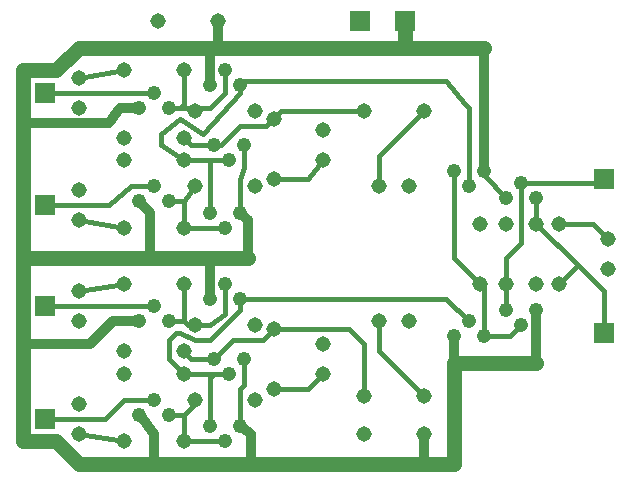
<source format=gbl>
G04 Output by ViewMate Deluxe V11.0.9  PentaLogix LLC*
G04 Sun Feb 16 15:40:48 2014*
%FSLAX33Y33*%
%MOMM*%
%IPPOS*%
%ADD10C,1.209*%
%ADD11C,1.3081*%
%ADD12R,1.8009X1.8009*%
%ADD13C,0.4064*%
%ADD14C,1.27*%
%ADD15C,0.8128*%

%LPD*%
X0Y0D2*D13*G1X19304Y42634D2*X19304Y40729D1*X18034Y39459*X17082Y39459*X16764Y39141*X14542Y39459D2*X15494Y39459D1*X6922Y41999D2*X10732Y42634D1*X13272Y40729D2*X4064Y40729D1*X15812Y42634D2*X15812Y39776D1*X15494Y39459*X16446Y39459*X16764Y39141*X15812Y36919D2*X16446Y36284D1*X18352Y36284*X20574Y37871D2*X18986Y36284D1*X18352Y36284*X18034Y30569D2*X18034Y35014D1*X15812Y21361D2*X15812Y24536D1*X20892Y15964D2*X20574Y15646D1*X20574Y12471*X15812Y16916D2*X18352Y16916D1*X15812Y18821D2*X16446Y18186D1*X18352Y18186*X19939Y19774*X22479Y19774*X23432Y20726*X31052Y19456D2*X29782Y20726D1*X23432Y20726*X20574Y23266D2*X20574Y22314D1*X18034Y19774*X16764Y19774*X15494Y20409*X15176Y20409*X14542Y19774*X14542Y18186*X15812Y16916*X6922Y11836D2*X10732Y11201D1*X4064Y13106D2*X9144Y13106D1*X10732Y14694*X13272Y14694*X15812Y13424D2*X14542Y13424D1*X16764Y14694D2*X16764Y14376D1*X15812Y13424*X15812Y11201*X19304Y11201*X18034Y12471D2*X18034Y16599D1*X18352Y16916*X19622Y16916*X20892Y15964D2*X20892Y18186D1*X23432Y15646D2*X26289Y15646D1*X27559Y16916*X31052Y19456D2*X31052Y15011D1*X32322Y21361D2*X32322Y18821D1*X36132Y15011*X41212Y20091D2*X43434Y20091D1*X44386Y21044*X43116Y22314D2*X43116Y24536D1*X43116Y26759*X44386Y28029*X38672Y34061D2*X38672Y26759D1*X40894Y24536*X41212Y24219*X41212Y20091*X39942Y21361D2*X38036Y23266D1*X20574Y23266*X19304Y24536D2*X19304Y21996D1*X18034Y21044*X16764Y21044*X16129Y21044*X15812Y21361*X14542Y21361*X4064Y22631D2*X13272Y22631D1*X10732Y24536D2*X6922Y23901D1*X6922Y29934D2*X10732Y29299D1*X4064Y31204D2*X9462Y31204D1*X11366Y32791*X13272Y32791*X14542Y31521D2*X15812Y31521D1*X16764Y32791D2*X15812Y31521D1*X15812Y29299*X19304Y29299*X20574Y30569D2*X20574Y33426D1*X20892Y34379*X23432Y33426D2*X26289Y33426D1*X27559Y35014*X32322Y32791D2*X32322Y35331D1*X36132Y39141*X31052Y39141D2*X24066Y39141D1*X23432Y38506*X22796Y37871*X20574Y37871*X20892Y34379D2*X20892Y36284D1*X19622Y35014D2*X18034Y35014D1*X15812Y35014*X13906Y36284*X13906Y37236*X15494Y38506*X17399Y37236*X20574Y40729*X20574Y41364*X20892Y41681*X38036Y41681*X39624Y39776*X39942Y39459*X39942Y32791*X41212Y34061D2*X41212Y33744D1*X43116Y31839*X44386Y28029D2*X44386Y33109D1*X51689Y28346D2*X50419Y29616D1*X47562Y29616*X51372Y33426D2*X51054Y33109D1*X44386Y33109*X45656Y31839D2*X45656Y29616D1*X49149Y26124*X47562Y24536D2*X49149Y26124D1*X51372Y23901*X51372Y20409*D14*X5016Y42634D2*X2159Y42634D1*X2159Y38189*X2159Y26759*X13272Y9296D2*X21526Y9296D1*X36449Y9296*X38672Y9296*X38672Y17869*X45656Y17869*X34226Y44539D2*X41212Y44539D1*X34544Y46761D2*X34544Y44856D1*X34226Y44539*X18669Y44539*X17716Y44539*X6922Y44539*X5016Y42634*X21209Y26759D2*X18034Y26759D1*X12636Y26759*X2159Y26759*X2159Y19456*X2159Y11201*X5016Y11201*X6922Y9296*X13272Y9296*D15*X41212Y34061D2*X41212Y44539D1*X45656Y22314D2*X45656Y17869D1*X38672Y17869D2*X38672Y20091D1*X36132Y11836D2*X36132Y9614D1*X36449Y9296*X21526Y9296D2*X21526Y11836D1*X20574Y12471*X13272Y9296D2*X13272Y11836D1*X12319Y13106*X12002Y13424*X2159Y19456D2*X7874Y19456D1*X9779Y21361*X12002Y21361*X20574Y30569D2*X21209Y29934D1*X21209Y26759*X18034Y26759D2*X18034Y23584D1*X12636Y26759D2*X12954Y27076D1*X12954Y30569*X12002Y31521*X18669Y44539D2*X18669Y46761D1*X18034Y41364D2*X18034Y44221D1*X17716Y44539*X12002Y39459D2*X10414Y39459D1*X9462Y38189*X2159Y38189*D10*X38672Y20091D3*X39942Y21361D3*X41212Y20091D3*X43116Y22314D3*X44386Y21044D3*X45656Y22314D3*X45656Y31839D3*X44386Y33109D3*X43116Y31839D3*X41212Y34061D3*X39942Y32791D3*X38672Y34061D3*X14542Y31521D3*X12002Y31521D3*X13272Y32791D3*X20574Y41364D3*X19304Y42634D3*X18034Y41364D3*X12002Y39459D3*X13272Y40729D3*X14542Y39459D3*X18352Y36284D3*X20892Y36284D3*X19622Y35014D3*X20574Y30569D3*X18034Y30569D3*X19304Y29299D3*X20574Y23266D3*X19304Y24536D3*X18034Y23266D3*X12002Y21361D3*X13272Y22631D3*X14542Y21361D3*X18352Y18186D3*X20892Y18186D3*X19622Y16916D3*X20574Y12471D3*X19304Y11201D3*X18034Y12471D3*X14542Y13424D3*X13272Y14694D3*X12002Y13424D3*D11*X21844Y14694D3*X23432Y15646D3*X23432Y20726D3*X21844Y21044D3*X21844Y32791D3*X23432Y33426D3*X18669Y46761D3*X15812Y42634D3*X13589Y46761D3*X10732Y42634D3*X6922Y41999D3*X6922Y39459D3*X10732Y36919D3*X10732Y35014D3*X6922Y32474D3*X6922Y29934D3*X10732Y29299D3*X10732Y24536D3*X6922Y23901D3*X6922Y21361D3*X10732Y18821D3*X10732Y16916D3*X6922Y14376D3*X6922Y11836D3*X10732Y11201D3*X15812Y11201D3*X16764Y14694D3*X15812Y16916D3*X15812Y18821D3*X16764Y21044D3*X15812Y24536D3*X15812Y29299D3*X16764Y32791D3*X15812Y35014D3*X15812Y36919D3*X16764Y39141D3*X21844Y39141D3*X23432Y38506D3*X36132Y39141D3*X31052Y39141D3*X27559Y37554D3*X27559Y35014D3*X32322Y32791D3*X34862Y32791D3*X40894Y29616D3*X43116Y29616D3*X45656Y29616D3*X47562Y29616D3*X51689Y28346D3*X51689Y25806D3*X47562Y24536D3*X45656Y24536D3*X43116Y24536D3*X40894Y24536D3*X36132Y15011D3*X36132Y11836D3*X31052Y11836D3*X31052Y15011D3*X27559Y16916D3*X27559Y19456D3*X32322Y21361D3*X34862Y21361D3*D12*X51372Y20409D3*X51372Y33426D3*X34544Y46761D3*X30734Y46761D3*X4064Y40729D3*X4064Y31204D3*X4064Y22631D3*X4064Y13106D3*X0Y0D2*M02*
</source>
